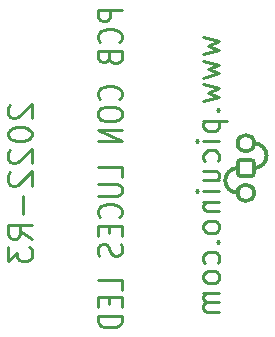
<source format=gbr>
%TF.GenerationSoftware,KiCad,Pcbnew,8.0.3*%
%TF.CreationDate,2025-12-07T16:24:01+01:00*%
%TF.ProjectId,electronic-pcb-luces-led,656c6563-7472-46f6-9e69-632d7063622d,R3*%
%TF.SameCoordinates,PX3072580PY3072580*%
%TF.FileFunction,Legend,Bot*%
%TF.FilePolarity,Positive*%
%FSLAX46Y46*%
G04 Gerber Fmt 4.6, Leading zero omitted, Abs format (unit mm)*
G04 Created by KiCad (PCBNEW 8.0.3) date 2025-12-07 16:24:01*
%MOMM*%
%LPD*%
G01*
G04 APERTURE LIST*
%ADD10C,0.250000*%
%ADD11C,0.300000*%
%ADD12C,3.000000*%
%ADD13C,2.000000*%
%ADD14R,1.600000X1.600000*%
%ADD15C,1.600000*%
%ADD16R,1.800000X1.800000*%
%ADD17C,1.800000*%
%ADD18R,2.400000X1.600000*%
%ADD19O,2.400000X1.600000*%
%ADD20O,2.200000X3.500000*%
%ADD21R,1.500000X2.500000*%
%ADD22O,1.500000X2.500000*%
%ADD23R,1.700000X1.700000*%
%ADD24O,1.700000X1.700000*%
G04 APERTURE END LIST*
D10*
X27582238Y-6268334D02*
X25582238Y-6268334D01*
X25582238Y-6268334D02*
X25582238Y-6935001D01*
X25582238Y-6935001D02*
X25677476Y-7101668D01*
X25677476Y-7101668D02*
X25772714Y-7185001D01*
X25772714Y-7185001D02*
X25963190Y-7268334D01*
X25963190Y-7268334D02*
X26248904Y-7268334D01*
X26248904Y-7268334D02*
X26439380Y-7185001D01*
X26439380Y-7185001D02*
X26534619Y-7101668D01*
X26534619Y-7101668D02*
X26629857Y-6935001D01*
X26629857Y-6935001D02*
X26629857Y-6268334D01*
X27391761Y-9018334D02*
X27487000Y-8935001D01*
X27487000Y-8935001D02*
X27582238Y-8685001D01*
X27582238Y-8685001D02*
X27582238Y-8518334D01*
X27582238Y-8518334D02*
X27487000Y-8268334D01*
X27487000Y-8268334D02*
X27296523Y-8101668D01*
X27296523Y-8101668D02*
X27106047Y-8018334D01*
X27106047Y-8018334D02*
X26725095Y-7935001D01*
X26725095Y-7935001D02*
X26439380Y-7935001D01*
X26439380Y-7935001D02*
X26058428Y-8018334D01*
X26058428Y-8018334D02*
X25867952Y-8101668D01*
X25867952Y-8101668D02*
X25677476Y-8268334D01*
X25677476Y-8268334D02*
X25582238Y-8518334D01*
X25582238Y-8518334D02*
X25582238Y-8685001D01*
X25582238Y-8685001D02*
X25677476Y-8935001D01*
X25677476Y-8935001D02*
X25772714Y-9018334D01*
X26534619Y-10351668D02*
X26629857Y-10601668D01*
X26629857Y-10601668D02*
X26725095Y-10685001D01*
X26725095Y-10685001D02*
X26915571Y-10768334D01*
X26915571Y-10768334D02*
X27201285Y-10768334D01*
X27201285Y-10768334D02*
X27391761Y-10685001D01*
X27391761Y-10685001D02*
X27487000Y-10601668D01*
X27487000Y-10601668D02*
X27582238Y-10435001D01*
X27582238Y-10435001D02*
X27582238Y-9768334D01*
X27582238Y-9768334D02*
X25582238Y-9768334D01*
X25582238Y-9768334D02*
X25582238Y-10351668D01*
X25582238Y-10351668D02*
X25677476Y-10518334D01*
X25677476Y-10518334D02*
X25772714Y-10601668D01*
X25772714Y-10601668D02*
X25963190Y-10685001D01*
X25963190Y-10685001D02*
X26153666Y-10685001D01*
X26153666Y-10685001D02*
X26344142Y-10601668D01*
X26344142Y-10601668D02*
X26439380Y-10518334D01*
X26439380Y-10518334D02*
X26534619Y-10351668D01*
X26534619Y-10351668D02*
X26534619Y-9768334D01*
X27391761Y-13851667D02*
X27487000Y-13768334D01*
X27487000Y-13768334D02*
X27582238Y-13518334D01*
X27582238Y-13518334D02*
X27582238Y-13351667D01*
X27582238Y-13351667D02*
X27487000Y-13101667D01*
X27487000Y-13101667D02*
X27296523Y-12935001D01*
X27296523Y-12935001D02*
X27106047Y-12851667D01*
X27106047Y-12851667D02*
X26725095Y-12768334D01*
X26725095Y-12768334D02*
X26439380Y-12768334D01*
X26439380Y-12768334D02*
X26058428Y-12851667D01*
X26058428Y-12851667D02*
X25867952Y-12935001D01*
X25867952Y-12935001D02*
X25677476Y-13101667D01*
X25677476Y-13101667D02*
X25582238Y-13351667D01*
X25582238Y-13351667D02*
X25582238Y-13518334D01*
X25582238Y-13518334D02*
X25677476Y-13768334D01*
X25677476Y-13768334D02*
X25772714Y-13851667D01*
X25582238Y-14935001D02*
X25582238Y-15268334D01*
X25582238Y-15268334D02*
X25677476Y-15435001D01*
X25677476Y-15435001D02*
X25867952Y-15601667D01*
X25867952Y-15601667D02*
X26248904Y-15685001D01*
X26248904Y-15685001D02*
X26915571Y-15685001D01*
X26915571Y-15685001D02*
X27296523Y-15601667D01*
X27296523Y-15601667D02*
X27487000Y-15435001D01*
X27487000Y-15435001D02*
X27582238Y-15268334D01*
X27582238Y-15268334D02*
X27582238Y-14935001D01*
X27582238Y-14935001D02*
X27487000Y-14768334D01*
X27487000Y-14768334D02*
X27296523Y-14601667D01*
X27296523Y-14601667D02*
X26915571Y-14518334D01*
X26915571Y-14518334D02*
X26248904Y-14518334D01*
X26248904Y-14518334D02*
X25867952Y-14601667D01*
X25867952Y-14601667D02*
X25677476Y-14768334D01*
X25677476Y-14768334D02*
X25582238Y-14935001D01*
X27582238Y-16435000D02*
X25582238Y-16435000D01*
X25582238Y-16435000D02*
X27582238Y-17435000D01*
X27582238Y-17435000D02*
X25582238Y-17435000D01*
X27582238Y-20435000D02*
X27582238Y-19601666D01*
X27582238Y-19601666D02*
X25582238Y-19601666D01*
X25582238Y-21018333D02*
X27201285Y-21018333D01*
X27201285Y-21018333D02*
X27391761Y-21101667D01*
X27391761Y-21101667D02*
X27487000Y-21185000D01*
X27487000Y-21185000D02*
X27582238Y-21351667D01*
X27582238Y-21351667D02*
X27582238Y-21685000D01*
X27582238Y-21685000D02*
X27487000Y-21851667D01*
X27487000Y-21851667D02*
X27391761Y-21935000D01*
X27391761Y-21935000D02*
X27201285Y-22018333D01*
X27201285Y-22018333D02*
X25582238Y-22018333D01*
X27391761Y-23851666D02*
X27487000Y-23768333D01*
X27487000Y-23768333D02*
X27582238Y-23518333D01*
X27582238Y-23518333D02*
X27582238Y-23351666D01*
X27582238Y-23351666D02*
X27487000Y-23101666D01*
X27487000Y-23101666D02*
X27296523Y-22935000D01*
X27296523Y-22935000D02*
X27106047Y-22851666D01*
X27106047Y-22851666D02*
X26725095Y-22768333D01*
X26725095Y-22768333D02*
X26439380Y-22768333D01*
X26439380Y-22768333D02*
X26058428Y-22851666D01*
X26058428Y-22851666D02*
X25867952Y-22935000D01*
X25867952Y-22935000D02*
X25677476Y-23101666D01*
X25677476Y-23101666D02*
X25582238Y-23351666D01*
X25582238Y-23351666D02*
X25582238Y-23518333D01*
X25582238Y-23518333D02*
X25677476Y-23768333D01*
X25677476Y-23768333D02*
X25772714Y-23851666D01*
X26534619Y-24601666D02*
X26534619Y-25185000D01*
X27582238Y-25435000D02*
X27582238Y-24601666D01*
X27582238Y-24601666D02*
X25582238Y-24601666D01*
X25582238Y-24601666D02*
X25582238Y-25435000D01*
X27487000Y-26101666D02*
X27582238Y-26351666D01*
X27582238Y-26351666D02*
X27582238Y-26768333D01*
X27582238Y-26768333D02*
X27487000Y-26934999D01*
X27487000Y-26934999D02*
X27391761Y-27018333D01*
X27391761Y-27018333D02*
X27201285Y-27101666D01*
X27201285Y-27101666D02*
X27010809Y-27101666D01*
X27010809Y-27101666D02*
X26820333Y-27018333D01*
X26820333Y-27018333D02*
X26725095Y-26934999D01*
X26725095Y-26934999D02*
X26629857Y-26768333D01*
X26629857Y-26768333D02*
X26534619Y-26434999D01*
X26534619Y-26434999D02*
X26439380Y-26268333D01*
X26439380Y-26268333D02*
X26344142Y-26184999D01*
X26344142Y-26184999D02*
X26153666Y-26101666D01*
X26153666Y-26101666D02*
X25963190Y-26101666D01*
X25963190Y-26101666D02*
X25772714Y-26184999D01*
X25772714Y-26184999D02*
X25677476Y-26268333D01*
X25677476Y-26268333D02*
X25582238Y-26434999D01*
X25582238Y-26434999D02*
X25582238Y-26851666D01*
X25582238Y-26851666D02*
X25677476Y-27101666D01*
X27582238Y-30018333D02*
X27582238Y-29184999D01*
X27582238Y-29184999D02*
X25582238Y-29184999D01*
X26534619Y-30601666D02*
X26534619Y-31185000D01*
X27582238Y-31435000D02*
X27582238Y-30601666D01*
X27582238Y-30601666D02*
X25582238Y-30601666D01*
X25582238Y-30601666D02*
X25582238Y-31435000D01*
X27582238Y-32184999D02*
X25582238Y-32184999D01*
X25582238Y-32184999D02*
X25582238Y-32601666D01*
X25582238Y-32601666D02*
X25677476Y-32851666D01*
X25677476Y-32851666D02*
X25867952Y-33018333D01*
X25867952Y-33018333D02*
X26058428Y-33101666D01*
X26058428Y-33101666D02*
X26439380Y-33184999D01*
X26439380Y-33184999D02*
X26725095Y-33184999D01*
X26725095Y-33184999D02*
X27106047Y-33101666D01*
X27106047Y-33101666D02*
X27296523Y-33018333D01*
X27296523Y-33018333D02*
X27487000Y-32851666D01*
X27487000Y-32851666D02*
X27582238Y-32601666D01*
X27582238Y-32601666D02*
X27582238Y-32184999D01*
X18152714Y-14335952D02*
X18057476Y-14431190D01*
X18057476Y-14431190D02*
X17962238Y-14621666D01*
X17962238Y-14621666D02*
X17962238Y-15097857D01*
X17962238Y-15097857D02*
X18057476Y-15288333D01*
X18057476Y-15288333D02*
X18152714Y-15383571D01*
X18152714Y-15383571D02*
X18343190Y-15478809D01*
X18343190Y-15478809D02*
X18533666Y-15478809D01*
X18533666Y-15478809D02*
X18819380Y-15383571D01*
X18819380Y-15383571D02*
X19962238Y-14240714D01*
X19962238Y-14240714D02*
X19962238Y-15478809D01*
X17962238Y-16716904D02*
X17962238Y-16907381D01*
X17962238Y-16907381D02*
X18057476Y-17097857D01*
X18057476Y-17097857D02*
X18152714Y-17193095D01*
X18152714Y-17193095D02*
X18343190Y-17288333D01*
X18343190Y-17288333D02*
X18724142Y-17383571D01*
X18724142Y-17383571D02*
X19200333Y-17383571D01*
X19200333Y-17383571D02*
X19581285Y-17288333D01*
X19581285Y-17288333D02*
X19771761Y-17193095D01*
X19771761Y-17193095D02*
X19867000Y-17097857D01*
X19867000Y-17097857D02*
X19962238Y-16907381D01*
X19962238Y-16907381D02*
X19962238Y-16716904D01*
X19962238Y-16716904D02*
X19867000Y-16526428D01*
X19867000Y-16526428D02*
X19771761Y-16431190D01*
X19771761Y-16431190D02*
X19581285Y-16335952D01*
X19581285Y-16335952D02*
X19200333Y-16240714D01*
X19200333Y-16240714D02*
X18724142Y-16240714D01*
X18724142Y-16240714D02*
X18343190Y-16335952D01*
X18343190Y-16335952D02*
X18152714Y-16431190D01*
X18152714Y-16431190D02*
X18057476Y-16526428D01*
X18057476Y-16526428D02*
X17962238Y-16716904D01*
X18152714Y-18145476D02*
X18057476Y-18240714D01*
X18057476Y-18240714D02*
X17962238Y-18431190D01*
X17962238Y-18431190D02*
X17962238Y-18907381D01*
X17962238Y-18907381D02*
X18057476Y-19097857D01*
X18057476Y-19097857D02*
X18152714Y-19193095D01*
X18152714Y-19193095D02*
X18343190Y-19288333D01*
X18343190Y-19288333D02*
X18533666Y-19288333D01*
X18533666Y-19288333D02*
X18819380Y-19193095D01*
X18819380Y-19193095D02*
X19962238Y-18050238D01*
X19962238Y-18050238D02*
X19962238Y-19288333D01*
X18152714Y-20050238D02*
X18057476Y-20145476D01*
X18057476Y-20145476D02*
X17962238Y-20335952D01*
X17962238Y-20335952D02*
X17962238Y-20812143D01*
X17962238Y-20812143D02*
X18057476Y-21002619D01*
X18057476Y-21002619D02*
X18152714Y-21097857D01*
X18152714Y-21097857D02*
X18343190Y-21193095D01*
X18343190Y-21193095D02*
X18533666Y-21193095D01*
X18533666Y-21193095D02*
X18819380Y-21097857D01*
X18819380Y-21097857D02*
X19962238Y-19955000D01*
X19962238Y-19955000D02*
X19962238Y-21193095D01*
X19200333Y-22050238D02*
X19200333Y-23574048D01*
X19962238Y-25669285D02*
X19009857Y-25002618D01*
X19962238Y-24526428D02*
X17962238Y-24526428D01*
X17962238Y-24526428D02*
X17962238Y-25288333D01*
X17962238Y-25288333D02*
X18057476Y-25478809D01*
X18057476Y-25478809D02*
X18152714Y-25574047D01*
X18152714Y-25574047D02*
X18343190Y-25669285D01*
X18343190Y-25669285D02*
X18628904Y-25669285D01*
X18628904Y-25669285D02*
X18819380Y-25574047D01*
X18819380Y-25574047D02*
X18914619Y-25478809D01*
X18914619Y-25478809D02*
X19009857Y-25288333D01*
X19009857Y-25288333D02*
X19009857Y-24526428D01*
X17962238Y-26335952D02*
X17962238Y-27574047D01*
X17962238Y-27574047D02*
X18724142Y-26907380D01*
X18724142Y-26907380D02*
X18724142Y-27193095D01*
X18724142Y-27193095D02*
X18819380Y-27383571D01*
X18819380Y-27383571D02*
X18914619Y-27478809D01*
X18914619Y-27478809D02*
X19105095Y-27574047D01*
X19105095Y-27574047D02*
X19581285Y-27574047D01*
X19581285Y-27574047D02*
X19771761Y-27478809D01*
X19771761Y-27478809D02*
X19867000Y-27383571D01*
X19867000Y-27383571D02*
X19962238Y-27193095D01*
X19962238Y-27193095D02*
X19962238Y-26621666D01*
X19962238Y-26621666D02*
X19867000Y-26431190D01*
X19867000Y-26431190D02*
X19771761Y-26335952D01*
X34503904Y-8603333D02*
X35837238Y-8965238D01*
X35837238Y-8965238D02*
X34884857Y-9327143D01*
X34884857Y-9327143D02*
X35837238Y-9689047D01*
X35837238Y-9689047D02*
X34503904Y-10050952D01*
X34503904Y-10593809D02*
X35837238Y-10955714D01*
X35837238Y-10955714D02*
X34884857Y-11317619D01*
X34884857Y-11317619D02*
X35837238Y-11679523D01*
X35837238Y-11679523D02*
X34503904Y-12041428D01*
X34503904Y-12584285D02*
X35837238Y-12946190D01*
X35837238Y-12946190D02*
X34884857Y-13308095D01*
X34884857Y-13308095D02*
X35837238Y-13669999D01*
X35837238Y-13669999D02*
X34503904Y-14031904D01*
X35646761Y-14755713D02*
X35742000Y-14846190D01*
X35742000Y-14846190D02*
X35837238Y-14755713D01*
X35837238Y-14755713D02*
X35742000Y-14665237D01*
X35742000Y-14665237D02*
X35646761Y-14755713D01*
X35646761Y-14755713D02*
X35837238Y-14755713D01*
X34503904Y-15660475D02*
X36503904Y-15660475D01*
X34599142Y-15660475D02*
X34503904Y-15841428D01*
X34503904Y-15841428D02*
X34503904Y-16203333D01*
X34503904Y-16203333D02*
X34599142Y-16384285D01*
X34599142Y-16384285D02*
X34694380Y-16474761D01*
X34694380Y-16474761D02*
X34884857Y-16565237D01*
X34884857Y-16565237D02*
X35456285Y-16565237D01*
X35456285Y-16565237D02*
X35646761Y-16474761D01*
X35646761Y-16474761D02*
X35742000Y-16384285D01*
X35742000Y-16384285D02*
X35837238Y-16203333D01*
X35837238Y-16203333D02*
X35837238Y-15841428D01*
X35837238Y-15841428D02*
X35742000Y-15660475D01*
X35837238Y-17379523D02*
X34503904Y-17379523D01*
X33837238Y-17379523D02*
X33932476Y-17289047D01*
X33932476Y-17289047D02*
X34027714Y-17379523D01*
X34027714Y-17379523D02*
X33932476Y-17470000D01*
X33932476Y-17470000D02*
X33837238Y-17379523D01*
X33837238Y-17379523D02*
X34027714Y-17379523D01*
X35742000Y-19098571D02*
X35837238Y-18917619D01*
X35837238Y-18917619D02*
X35837238Y-18555714D01*
X35837238Y-18555714D02*
X35742000Y-18374762D01*
X35742000Y-18374762D02*
X35646761Y-18284285D01*
X35646761Y-18284285D02*
X35456285Y-18193809D01*
X35456285Y-18193809D02*
X34884857Y-18193809D01*
X34884857Y-18193809D02*
X34694380Y-18284285D01*
X34694380Y-18284285D02*
X34599142Y-18374762D01*
X34599142Y-18374762D02*
X34503904Y-18555714D01*
X34503904Y-18555714D02*
X34503904Y-18917619D01*
X34503904Y-18917619D02*
X34599142Y-19098571D01*
X34503904Y-20727142D02*
X35837238Y-20727142D01*
X34503904Y-19912856D02*
X35551523Y-19912856D01*
X35551523Y-19912856D02*
X35742000Y-20003333D01*
X35742000Y-20003333D02*
X35837238Y-20184285D01*
X35837238Y-20184285D02*
X35837238Y-20455714D01*
X35837238Y-20455714D02*
X35742000Y-20636666D01*
X35742000Y-20636666D02*
X35646761Y-20727142D01*
X35837238Y-21631904D02*
X34503904Y-21631904D01*
X33837238Y-21631904D02*
X33932476Y-21541428D01*
X33932476Y-21541428D02*
X34027714Y-21631904D01*
X34027714Y-21631904D02*
X33932476Y-21722381D01*
X33932476Y-21722381D02*
X33837238Y-21631904D01*
X33837238Y-21631904D02*
X34027714Y-21631904D01*
X34503904Y-22536666D02*
X35837238Y-22536666D01*
X34694380Y-22536666D02*
X34599142Y-22627143D01*
X34599142Y-22627143D02*
X34503904Y-22808095D01*
X34503904Y-22808095D02*
X34503904Y-23079524D01*
X34503904Y-23079524D02*
X34599142Y-23260476D01*
X34599142Y-23260476D02*
X34789619Y-23350952D01*
X34789619Y-23350952D02*
X35837238Y-23350952D01*
X35837238Y-24527143D02*
X35742000Y-24346191D01*
X35742000Y-24346191D02*
X35646761Y-24255714D01*
X35646761Y-24255714D02*
X35456285Y-24165238D01*
X35456285Y-24165238D02*
X34884857Y-24165238D01*
X34884857Y-24165238D02*
X34694380Y-24255714D01*
X34694380Y-24255714D02*
X34599142Y-24346191D01*
X34599142Y-24346191D02*
X34503904Y-24527143D01*
X34503904Y-24527143D02*
X34503904Y-24798572D01*
X34503904Y-24798572D02*
X34599142Y-24979524D01*
X34599142Y-24979524D02*
X34694380Y-25070000D01*
X34694380Y-25070000D02*
X34884857Y-25160476D01*
X34884857Y-25160476D02*
X35456285Y-25160476D01*
X35456285Y-25160476D02*
X35646761Y-25070000D01*
X35646761Y-25070000D02*
X35742000Y-24979524D01*
X35742000Y-24979524D02*
X35837238Y-24798572D01*
X35837238Y-24798572D02*
X35837238Y-24527143D01*
X35646761Y-25974762D02*
X35742000Y-26065239D01*
X35742000Y-26065239D02*
X35837238Y-25974762D01*
X35837238Y-25974762D02*
X35742000Y-25884286D01*
X35742000Y-25884286D02*
X35646761Y-25974762D01*
X35646761Y-25974762D02*
X35837238Y-25974762D01*
X35742000Y-27693810D02*
X35837238Y-27512858D01*
X35837238Y-27512858D02*
X35837238Y-27150953D01*
X35837238Y-27150953D02*
X35742000Y-26970001D01*
X35742000Y-26970001D02*
X35646761Y-26879524D01*
X35646761Y-26879524D02*
X35456285Y-26789048D01*
X35456285Y-26789048D02*
X34884857Y-26789048D01*
X34884857Y-26789048D02*
X34694380Y-26879524D01*
X34694380Y-26879524D02*
X34599142Y-26970001D01*
X34599142Y-26970001D02*
X34503904Y-27150953D01*
X34503904Y-27150953D02*
X34503904Y-27512858D01*
X34503904Y-27512858D02*
X34599142Y-27693810D01*
X35837238Y-28779524D02*
X35742000Y-28598572D01*
X35742000Y-28598572D02*
X35646761Y-28508095D01*
X35646761Y-28508095D02*
X35456285Y-28417619D01*
X35456285Y-28417619D02*
X34884857Y-28417619D01*
X34884857Y-28417619D02*
X34694380Y-28508095D01*
X34694380Y-28508095D02*
X34599142Y-28598572D01*
X34599142Y-28598572D02*
X34503904Y-28779524D01*
X34503904Y-28779524D02*
X34503904Y-29050953D01*
X34503904Y-29050953D02*
X34599142Y-29231905D01*
X34599142Y-29231905D02*
X34694380Y-29322381D01*
X34694380Y-29322381D02*
X34884857Y-29412857D01*
X34884857Y-29412857D02*
X35456285Y-29412857D01*
X35456285Y-29412857D02*
X35646761Y-29322381D01*
X35646761Y-29322381D02*
X35742000Y-29231905D01*
X35742000Y-29231905D02*
X35837238Y-29050953D01*
X35837238Y-29050953D02*
X35837238Y-28779524D01*
X35837238Y-30227143D02*
X34503904Y-30227143D01*
X34694380Y-30227143D02*
X34599142Y-30317620D01*
X34599142Y-30317620D02*
X34503904Y-30498572D01*
X34503904Y-30498572D02*
X34503904Y-30770001D01*
X34503904Y-30770001D02*
X34599142Y-30950953D01*
X34599142Y-30950953D02*
X34789619Y-31041429D01*
X34789619Y-31041429D02*
X35837238Y-31041429D01*
X34789619Y-31041429D02*
X34599142Y-31131905D01*
X34599142Y-31131905D02*
X34503904Y-31312858D01*
X34503904Y-31312858D02*
X34503904Y-31584286D01*
X34503904Y-31584286D02*
X34599142Y-31765239D01*
X34599142Y-31765239D02*
X34789619Y-31855715D01*
X34789619Y-31855715D02*
X35837238Y-31855715D01*
D11*
%TO.C,Picuino_Logo_B6*%
X37701220Y-20386040D02*
X38498780Y-20386040D01*
X38801040Y-20083780D02*
X38801040Y-19286220D01*
X37398960Y-19286220D02*
X37398960Y-20083780D01*
X38498780Y-18983960D02*
X37701220Y-18983960D01*
X37398960Y-21785580D02*
G75*
G02*
X36349940Y-20736560I1J1049021D01*
G01*
X36347400Y-20736560D02*
G75*
G02*
X37398960Y-19685000I1051561J-1D01*
G01*
X37701220Y-20386040D02*
G75*
G02*
X37398960Y-20083780I0J302260D01*
G01*
X38801040Y-20083780D02*
G75*
G02*
X38498780Y-20386040I-302260J0D01*
G01*
X37398960Y-19286220D02*
G75*
G02*
X37701220Y-18983960I302260J0D01*
G01*
X38498780Y-18983960D02*
G75*
G02*
X38801040Y-19286220I0J-302260D01*
G01*
X39852600Y-18633440D02*
G75*
G02*
X38801040Y-19685000I-1051560J0D01*
G01*
X38801040Y-17584420D02*
G75*
G02*
X39850060Y-18633440I0J-1049020D01*
G01*
X38798500Y-21785580D02*
G75*
G02*
X37401500Y-21785580I-698500J0D01*
G01*
X37401500Y-21785580D02*
G75*
G02*
X38798500Y-21785580I698500J0D01*
G01*
X38798500Y-17584420D02*
G75*
G02*
X37401500Y-17584420I-698500J0D01*
G01*
X37401500Y-17584420D02*
G75*
G02*
X38798500Y-17584420I698500J0D01*
G01*
%TD*%
%LPC*%
D12*
%TO.C,M3*%
X3175000Y-36195000D03*
%TD*%
%TO.C,M3*%
X3175000Y-3175000D03*
%TD*%
%TO.C,M3*%
X56515000Y-3175000D03*
%TD*%
%TO.C,M3*%
X56515000Y-36195000D03*
%TD*%
D13*
%TO.C,R3*%
X2540000Y-29845000D03*
X2540000Y-17145000D03*
%TD*%
%TO.C,R1*%
X42545000Y-10160000D03*
X29845000Y-10160000D03*
%TD*%
%TO.C,R5*%
X42545000Y-21590000D03*
X29845000Y-21590000D03*
%TD*%
%TO.C,R6*%
X6350000Y-29845000D03*
X6350000Y-17145000D03*
%TD*%
%TO.C,R7*%
X42545000Y-25400000D03*
X29845000Y-25400000D03*
%TD*%
%TO.C,R8*%
X42545000Y-29210000D03*
X29845000Y-29210000D03*
%TD*%
%TO.C,R9*%
X10160000Y-29845000D03*
X10160000Y-17145000D03*
%TD*%
%TO.C,R2*%
X42545000Y-13970000D03*
X29845000Y-13970000D03*
%TD*%
%TO.C,R4*%
X42545000Y-17780000D03*
X29845000Y-17780000D03*
%TD*%
D14*
%TO.C,C1*%
X8890000Y-34290000D03*
D15*
X10890000Y-34290000D03*
%TD*%
D16*
%TO.C,D1*%
X27305000Y-3810000D03*
D17*
X29845000Y-3810000D03*
%TD*%
D16*
%TO.C,D2*%
X42545000Y-3810000D03*
D17*
X45085000Y-3810000D03*
%TD*%
D16*
%TO.C,D3*%
X54610000Y-12065000D03*
D17*
X57150000Y-12065000D03*
%TD*%
D16*
%TO.C,D4*%
X54610000Y-27305000D03*
D17*
X57150000Y-27305000D03*
%TD*%
D16*
%TO.C,D5*%
X42545000Y-35560000D03*
D17*
X45085000Y-35560000D03*
%TD*%
D16*
%TO.C,D6*%
X27305000Y-35560000D03*
D17*
X29845000Y-35560000D03*
%TD*%
D18*
%TO.C,U1*%
X15240000Y-13970000D03*
D19*
X15240000Y-16510000D03*
X15240000Y-19050000D03*
X15240000Y-21590000D03*
X15240000Y-24130000D03*
X15240000Y-26670000D03*
X15240000Y-29210000D03*
X22860000Y-29210000D03*
X22860000Y-26670000D03*
X22860000Y-24130000D03*
X22860000Y-21590000D03*
X22860000Y-19050000D03*
X22860000Y-16510000D03*
X22860000Y-13970000D03*
%TD*%
D14*
%TO.C,C2*%
X14605000Y-34290000D03*
D15*
X16605000Y-34290000D03*
%TD*%
D20*
%TO.C,SW1*%
X17975000Y-3810000D03*
X9775000Y-3810000D03*
D21*
X15875000Y-3810000D03*
D22*
X13875000Y-3810000D03*
X11875000Y-3810000D03*
%TD*%
D23*
%TO.C,BT1*%
X2540000Y-10795000D03*
D24*
X2540000Y-13335000D03*
%TD*%
D13*
%TO.C,C4*%
X22860000Y-10160000D03*
X20320000Y-10160000D03*
X17780000Y-10160000D03*
X15240000Y-10160000D03*
%TD*%
D14*
%TO.C,C3*%
X8890000Y-12065000D03*
D15*
X10890000Y-12065000D03*
%TD*%
%LPD*%
M02*

</source>
